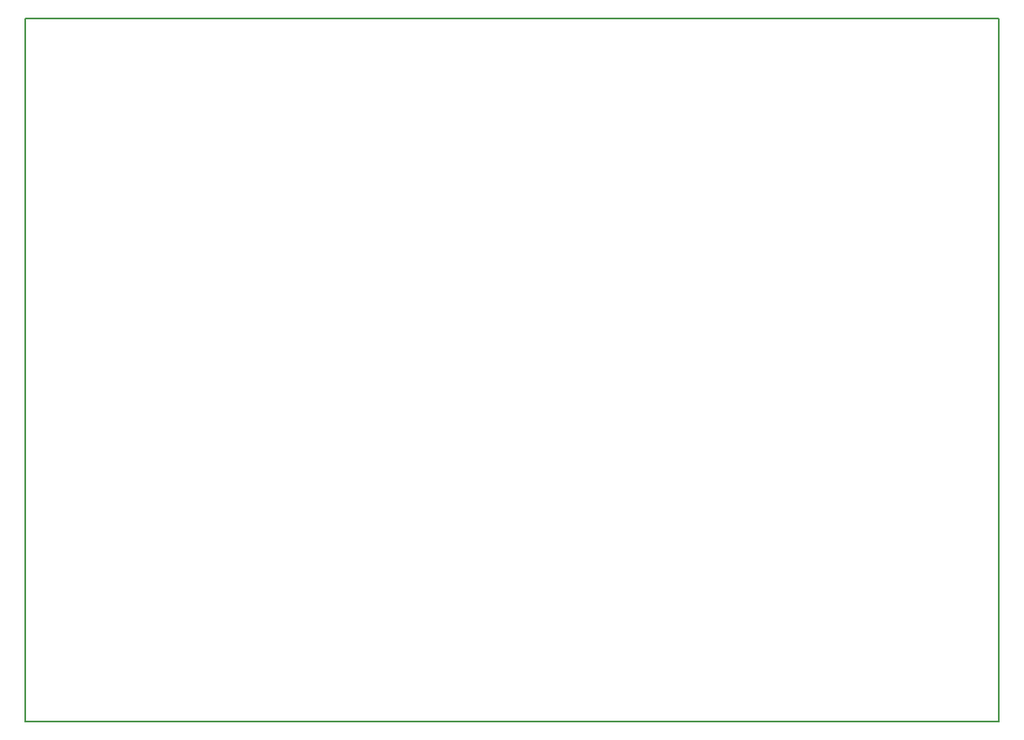
<source format=gbr>
%TF.GenerationSoftware,KiCad,Pcbnew,(7.0.0)*%
%TF.CreationDate,2023-04-04T12:28:07-04:00*%
%TF.ProjectId,scm-pcb,73636d2d-7063-4622-9e6b-696361645f70,2*%
%TF.SameCoordinates,Original*%
%TF.FileFunction,Profile,NP*%
%FSLAX46Y46*%
G04 Gerber Fmt 4.6, Leading zero omitted, Abs format (unit mm)*
G04 Created by KiCad (PCBNEW (7.0.0)) date 2023-04-04 12:28:07*
%MOMM*%
%LPD*%
G01*
G04 APERTURE LIST*
%TA.AperFunction,Profile*%
%ADD10C,0.200000*%
%TD*%
G04 APERTURE END LIST*
D10*
X94791000Y-63286000D02*
X192835000Y-63286000D01*
X192835000Y-63286000D02*
X192835000Y-134152000D01*
X192835000Y-134152000D02*
X94791000Y-134152000D01*
X94791000Y-134152000D02*
X94791000Y-63286000D01*
M02*

</source>
